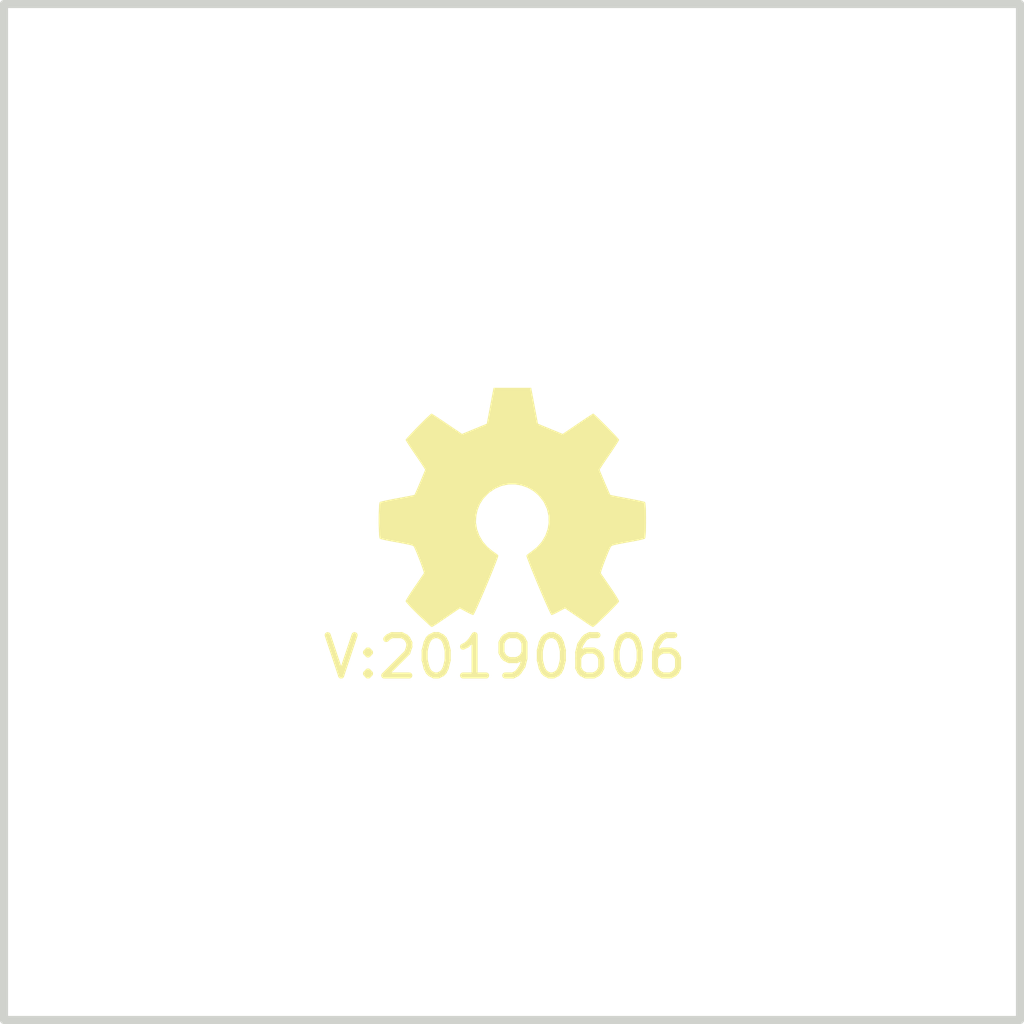
<source format=kicad_pcb>
(kicad_pcb (version 20171130) (host pcbnew 5.1.2-f72e74a~84~ubuntu18.04.1)

  (general
    (thickness 1.6)
    (drawings 4)
    (tracks 0)
    (zones 0)
    (modules 2)
    (nets 1)
  )

  (page A4)
  (layers
    (0 F.Cu signal)
    (31 B.Cu signal)
    (32 B.Adhes user)
    (33 F.Adhes user)
    (34 B.Paste user)
    (35 F.Paste user)
    (36 B.SilkS user)
    (37 F.SilkS user)
    (38 B.Mask user)
    (39 F.Mask user)
    (40 Dwgs.User user)
    (41 Cmts.User user)
    (42 Eco1.User user)
    (43 Eco2.User user)
    (44 Edge.Cuts user)
    (45 Margin user)
    (46 B.CrtYd user)
    (47 F.CrtYd user)
    (48 B.Fab user)
    (49 F.Fab user)
  )

  (setup
    (last_trace_width 0.1524)
    (user_trace_width 0.1524)
    (user_trace_width 0.2)
    (user_trace_width 0.3)
    (user_trace_width 0.4)
    (user_trace_width 0.6)
    (user_trace_width 1)
    (user_trace_width 1.5)
    (user_trace_width 2)
    (trace_clearance 0.1524)
    (zone_clearance 0.508)
    (zone_45_only no)
    (trace_min 0.1524)
    (via_size 0.381)
    (via_drill 0.254)
    (via_min_size 0.381)
    (via_min_drill 0.254)
    (user_via 0.4 0.254)
    (user_via 0.6 0.4)
    (user_via 0.8 0.6)
    (user_via 1 0.8)
    (user_via 1.3 1)
    (user_via 1.5 1.2)
    (user_via 1.7 1.4)
    (user_via 1.9 1.6)
    (uvia_size 0.381)
    (uvia_drill 0.254)
    (uvias_allowed no)
    (uvia_min_size 0.381)
    (uvia_min_drill 0.254)
    (edge_width 0.15)
    (segment_width 0.2)
    (pcb_text_width 0.3)
    (pcb_text_size 1.5 1.5)
    (mod_edge_width 0.15)
    (mod_text_size 1 1)
    (mod_text_width 0.15)
    (pad_size 1.524 1.524)
    (pad_drill 0.762)
    (pad_to_mask_clearance 0.1)
    (solder_mask_min_width 0.15)
    (aux_axis_origin 0 0)
    (visible_elements FFFFFF7F)
    (pcbplotparams
      (layerselection 0x010fc_ffffffff)
      (usegerberextensions true)
      (usegerberattributes false)
      (usegerberadvancedattributes false)
      (creategerberjobfile false)
      (excludeedgelayer true)
      (linewidth 0.100000)
      (plotframeref false)
      (viasonmask false)
      (mode 1)
      (useauxorigin false)
      (hpglpennumber 1)
      (hpglpenspeed 20)
      (hpglpendiameter 15.000000)
      (psnegative false)
      (psa4output false)
      (plotreference true)
      (plotvalue true)
      (plotinvisibletext false)
      (padsonsilk false)
      (subtractmaskfromsilk false)
      (outputformat 1)
      (mirror false)
      (drillshape 0)
      (scaleselection 1)
      (outputdirectory "OSH_Park_2_layer_plots"))
  )

  (net 0 "")

  (net_class Default "This is the default net class."
    (clearance 0.1524)
    (trace_width 0.1524)
    (via_dia 0.381)
    (via_drill 0.254)
    (uvia_dia 0.381)
    (uvia_drill 0.254)
  )

  (module Symbols:OSHW-Symbol_6.7x6mm_SilkScreen (layer F.Cu) (tedit 0) (tstamp 5A135134)
    (at 148 101)
    (descr "Open Source Hardware Symbol")
    (tags "Logo Symbol OSHW")
    (path /5A135869)
    (attr virtual)
    (fp_text reference N1 (at 0 0) (layer F.SilkS) hide
      (effects (font (size 1 1) (thickness 0.15)))
    )
    (fp_text value OHWLOGO (at 0.75 0) (layer F.Fab) hide
      (effects (font (size 1 1) (thickness 0.15)))
    )
    (fp_poly (pts (xy 0.555814 -2.531069) (xy 0.639635 -2.086445) (xy 0.94892 -1.958947) (xy 1.258206 -1.831449)
      (xy 1.629246 -2.083754) (xy 1.733157 -2.154004) (xy 1.827087 -2.216728) (xy 1.906652 -2.269062)
      (xy 1.96747 -2.308143) (xy 2.005157 -2.331107) (xy 2.015421 -2.336058) (xy 2.03391 -2.323324)
      (xy 2.07342 -2.288118) (xy 2.129522 -2.234938) (xy 2.197787 -2.168282) (xy 2.273786 -2.092646)
      (xy 2.353092 -2.012528) (xy 2.431275 -1.932426) (xy 2.503907 -1.856836) (xy 2.566559 -1.790255)
      (xy 2.614803 -1.737182) (xy 2.64421 -1.702113) (xy 2.651241 -1.690377) (xy 2.641123 -1.66874)
      (xy 2.612759 -1.621338) (xy 2.569129 -1.552807) (xy 2.513218 -1.467785) (xy 2.448006 -1.370907)
      (xy 2.410219 -1.31565) (xy 2.341343 -1.214752) (xy 2.28014 -1.123701) (xy 2.229578 -1.04703)
      (xy 2.192628 -0.989272) (xy 2.172258 -0.954957) (xy 2.169197 -0.947746) (xy 2.176136 -0.927252)
      (xy 2.195051 -0.879487) (xy 2.223087 -0.811168) (xy 2.257391 -0.729011) (xy 2.295109 -0.63973)
      (xy 2.333387 -0.550042) (xy 2.36937 -0.466662) (xy 2.400206 -0.396306) (xy 2.423039 -0.34569)
      (xy 2.435017 -0.321529) (xy 2.435724 -0.320578) (xy 2.454531 -0.315964) (xy 2.504618 -0.305672)
      (xy 2.580793 -0.290713) (xy 2.677865 -0.272099) (xy 2.790643 -0.250841) (xy 2.856442 -0.238582)
      (xy 2.97695 -0.215638) (xy 3.085797 -0.193805) (xy 3.177476 -0.174278) (xy 3.246481 -0.158252)
      (xy 3.287304 -0.146921) (xy 3.295511 -0.143326) (xy 3.303548 -0.118994) (xy 3.310033 -0.064041)
      (xy 3.31497 0.015108) (xy 3.318364 0.112026) (xy 3.320218 0.220287) (xy 3.320538 0.333465)
      (xy 3.319327 0.445135) (xy 3.31659 0.548868) (xy 3.312331 0.638241) (xy 3.306555 0.706826)
      (xy 3.299267 0.748197) (xy 3.294895 0.75681) (xy 3.268764 0.767133) (xy 3.213393 0.781892)
      (xy 3.136107 0.799352) (xy 3.04423 0.81778) (xy 3.012158 0.823741) (xy 2.857524 0.852066)
      (xy 2.735375 0.874876) (xy 2.641673 0.89308) (xy 2.572384 0.907583) (xy 2.523471 0.919292)
      (xy 2.490897 0.929115) (xy 2.470628 0.937956) (xy 2.458626 0.946724) (xy 2.456947 0.948457)
      (xy 2.440184 0.976371) (xy 2.414614 1.030695) (xy 2.382788 1.104777) (xy 2.34726 1.191965)
      (xy 2.310583 1.285608) (xy 2.275311 1.379052) (xy 2.243996 1.465647) (xy 2.219193 1.53874)
      (xy 2.203454 1.591678) (xy 2.199332 1.617811) (xy 2.199676 1.618726) (xy 2.213641 1.640086)
      (xy 2.245322 1.687084) (xy 2.291391 1.754827) (xy 2.348518 1.838423) (xy 2.413373 1.932982)
      (xy 2.431843 1.959854) (xy 2.497699 2.057275) (xy 2.55565 2.146163) (xy 2.602538 2.221412)
      (xy 2.635207 2.27792) (xy 2.6505 2.310581) (xy 2.651241 2.314593) (xy 2.638392 2.335684)
      (xy 2.602888 2.377464) (xy 2.549293 2.435445) (xy 2.482171 2.505135) (xy 2.406087 2.582045)
      (xy 2.325604 2.661683) (xy 2.245287 2.739561) (xy 2.169699 2.811186) (xy 2.103405 2.87207)
      (xy 2.050969 2.917721) (xy 2.016955 2.94365) (xy 2.007545 2.947883) (xy 1.985643 2.937912)
      (xy 1.9408 2.91102) (xy 1.880321 2.871736) (xy 1.833789 2.840117) (xy 1.749475 2.782098)
      (xy 1.649626 2.713784) (xy 1.549473 2.645579) (xy 1.495627 2.609075) (xy 1.313371 2.4858)
      (xy 1.160381 2.56852) (xy 1.090682 2.604759) (xy 1.031414 2.632926) (xy 0.991311 2.648991)
      (xy 0.981103 2.651226) (xy 0.968829 2.634722) (xy 0.944613 2.588082) (xy 0.910263 2.515609)
      (xy 0.867588 2.421606) (xy 0.818394 2.310374) (xy 0.76449 2.186215) (xy 0.707684 2.053432)
      (xy 0.649782 1.916327) (xy 0.592593 1.779202) (xy 0.537924 1.646358) (xy 0.487584 1.522098)
      (xy 0.44338 1.410725) (xy 0.407119 1.316539) (xy 0.380609 1.243844) (xy 0.365658 1.196941)
      (xy 0.363254 1.180833) (xy 0.382311 1.160286) (xy 0.424036 1.126933) (xy 0.479706 1.087702)
      (xy 0.484378 1.084599) (xy 0.628264 0.969423) (xy 0.744283 0.835053) (xy 0.83143 0.685784)
      (xy 0.888699 0.525913) (xy 0.915086 0.359737) (xy 0.909585 0.191552) (xy 0.87119 0.025655)
      (xy 0.798895 -0.133658) (xy 0.777626 -0.168513) (xy 0.666996 -0.309263) (xy 0.536302 -0.422286)
      (xy 0.390064 -0.506997) (xy 0.232808 -0.562806) (xy 0.069057 -0.589126) (xy -0.096667 -0.58537)
      (xy -0.259838 -0.55095) (xy -0.415935 -0.485277) (xy -0.560433 -0.387765) (xy -0.605131 -0.348187)
      (xy -0.718888 -0.224297) (xy -0.801782 -0.093876) (xy -0.858644 0.052315) (xy -0.890313 0.197088)
      (xy -0.898131 0.35986) (xy -0.872062 0.52344) (xy -0.814755 0.682298) (xy -0.728856 0.830906)
      (xy -0.617014 0.963735) (xy -0.481877 1.075256) (xy -0.464117 1.087011) (xy -0.40785 1.125508)
      (xy -0.365077 1.158863) (xy -0.344628 1.18016) (xy -0.344331 1.180833) (xy -0.348721 1.203871)
      (xy -0.366124 1.256157) (xy -0.394732 1.33339) (xy -0.432735 1.431268) (xy -0.478326 1.545491)
      (xy -0.529697 1.671758) (xy -0.585038 1.805767) (xy -0.642542 1.943218) (xy -0.700399 2.079808)
      (xy -0.756802 2.211237) (xy -0.809942 2.333205) (xy -0.85801 2.441409) (xy -0.899199 2.531549)
      (xy -0.931699 2.599323) (xy -0.953703 2.64043) (xy -0.962564 2.651226) (xy -0.98964 2.642819)
      (xy -1.040303 2.620272) (xy -1.105817 2.587613) (xy -1.141841 2.56852) (xy -1.294832 2.4858)
      (xy -1.477088 2.609075) (xy -1.570125 2.672228) (xy -1.671985 2.741727) (xy -1.767438 2.807165)
      (xy -1.81525 2.840117) (xy -1.882495 2.885273) (xy -1.939436 2.921057) (xy -1.978646 2.942938)
      (xy -1.991381 2.947563) (xy -2.009917 2.935085) (xy -2.050941 2.900252) (xy -2.110475 2.846678)
      (xy -2.184542 2.777983) (xy -2.269165 2.697781) (xy -2.322685 2.646286) (xy -2.416319 2.554286)
      (xy -2.497241 2.471999) (xy -2.562177 2.402945) (xy -2.607858 2.350644) (xy -2.631011 2.318616)
      (xy -2.633232 2.312116) (xy -2.622924 2.287394) (xy -2.594439 2.237405) (xy -2.550937 2.167212)
      (xy -2.495577 2.081875) (xy -2.43152 1.986456) (xy -2.413303 1.959854) (xy -2.346927 1.863167)
      (xy -2.287378 1.776117) (xy -2.237984 1.703595) (xy -2.202075 1.650493) (xy -2.182981 1.621703)
      (xy -2.181136 1.618726) (xy -2.183895 1.595782) (xy -2.198538 1.545336) (xy -2.222513 1.474041)
      (xy -2.253266 1.388547) (xy -2.288244 1.295507) (xy -2.324893 1.201574) (xy -2.360661 1.113399)
      (xy -2.392994 1.037634) (xy -2.419338 0.980931) (xy -2.437142 0.949943) (xy -2.438407 0.948457)
      (xy -2.449294 0.939601) (xy -2.467682 0.930843) (xy -2.497606 0.921277) (xy -2.543103 0.909996)
      (xy -2.608209 0.896093) (xy -2.696961 0.878663) (xy -2.813393 0.856798) (xy -2.961542 0.829591)
      (xy -2.993618 0.823741) (xy -3.088686 0.805374) (xy -3.171565 0.787405) (xy -3.23493 0.771569)
      (xy -3.271458 0.7596) (xy -3.276356 0.75681) (xy -3.284427 0.732072) (xy -3.290987 0.67679)
      (xy -3.296033 0.597389) (xy -3.299559 0.500296) (xy -3.301561 0.391938) (xy -3.302036 0.27874)
      (xy -3.300977 0.167128) (xy -3.298382 0.063529) (xy -3.294246 -0.025632) (xy -3.288563 -0.093928)
      (xy -3.281331 -0.134934) (xy -3.276971 -0.143326) (xy -3.252698 -0.151792) (xy -3.197426 -0.165565)
      (xy -3.116662 -0.18345) (xy -3.015912 -0.204252) (xy -2.900683 -0.226777) (xy -2.837902 -0.238582)
      (xy -2.718787 -0.260849) (xy -2.612565 -0.281021) (xy -2.524427 -0.298085) (xy -2.459566 -0.311031)
      (xy -2.423174 -0.318845) (xy -2.417184 -0.320578) (xy -2.407061 -0.34011) (xy -2.385662 -0.387157)
      (xy -2.355839 -0.454997) (xy -2.320445 -0.536909) (xy -2.282332 -0.626172) (xy -2.244353 -0.716065)
      (xy -2.20936 -0.799865) (xy -2.180206 -0.870853) (xy -2.159743 -0.922306) (xy -2.150823 -0.947503)
      (xy -2.150657 -0.948604) (xy -2.160769 -0.968481) (xy -2.189117 -1.014223) (xy -2.232723 -1.081283)
      (xy -2.288606 -1.165116) (xy -2.353787 -1.261174) (xy -2.391679 -1.31635) (xy -2.460725 -1.417519)
      (xy -2.52205 -1.50937) (xy -2.572663 -1.587256) (xy -2.609571 -1.646531) (xy -2.629782 -1.682549)
      (xy -2.632701 -1.690623) (xy -2.620153 -1.709416) (xy -2.585463 -1.749543) (xy -2.533063 -1.806507)
      (xy -2.467384 -1.875815) (xy -2.392856 -1.952969) (xy -2.313913 -2.033475) (xy -2.234983 -2.112837)
      (xy -2.1605 -2.18656) (xy -2.094894 -2.250148) (xy -2.042596 -2.299106) (xy -2.008039 -2.328939)
      (xy -1.996478 -2.336058) (xy -1.977654 -2.326047) (xy -1.932631 -2.297922) (xy -1.865787 -2.254546)
      (xy -1.781499 -2.198782) (xy -1.684144 -2.133494) (xy -1.610707 -2.083754) (xy -1.239667 -1.831449)
      (xy -0.621095 -2.086445) (xy -0.537275 -2.531069) (xy -0.453454 -2.975693) (xy 0.471994 -2.975693)
      (xy 0.555814 -2.531069)) (layer F.SilkS) (width 0.01))
  )

  (module SquantorLabels:Label_version (layer F.Cu) (tedit 5B5A1E49) (tstamp 5B96DD88)
    (at 148.9 104.8)
    (path /5A1357A5)
    (fp_text reference N2 (at 0 1.4) (layer F.Fab) hide
      (effects (font (size 1 1) (thickness 0.15)))
    )
    (fp_text value 20190606 (at -0.4 -0.1) (layer F.SilkS)
      (effects (font (size 1 1) (thickness 0.15)))
    )
    (fp_text user V: (at -4.9 -0.1) (layer F.SilkS)
      (effects (font (size 1 1) (thickness 0.15)))
    )
  )

  (gr_line (start 135.4 113.7) (end 135.4 88.5) (layer Edge.Cuts) (width 0.2))
  (gr_line (start 160.6 113.7) (end 135.4 113.7) (layer Edge.Cuts) (width 0.2))
  (gr_line (start 160.6 88.5) (end 160.6 113.7) (layer Edge.Cuts) (width 0.2))
  (gr_line (start 135.4 88.5) (end 160.6 88.5) (layer Edge.Cuts) (width 0.2))

)

</source>
